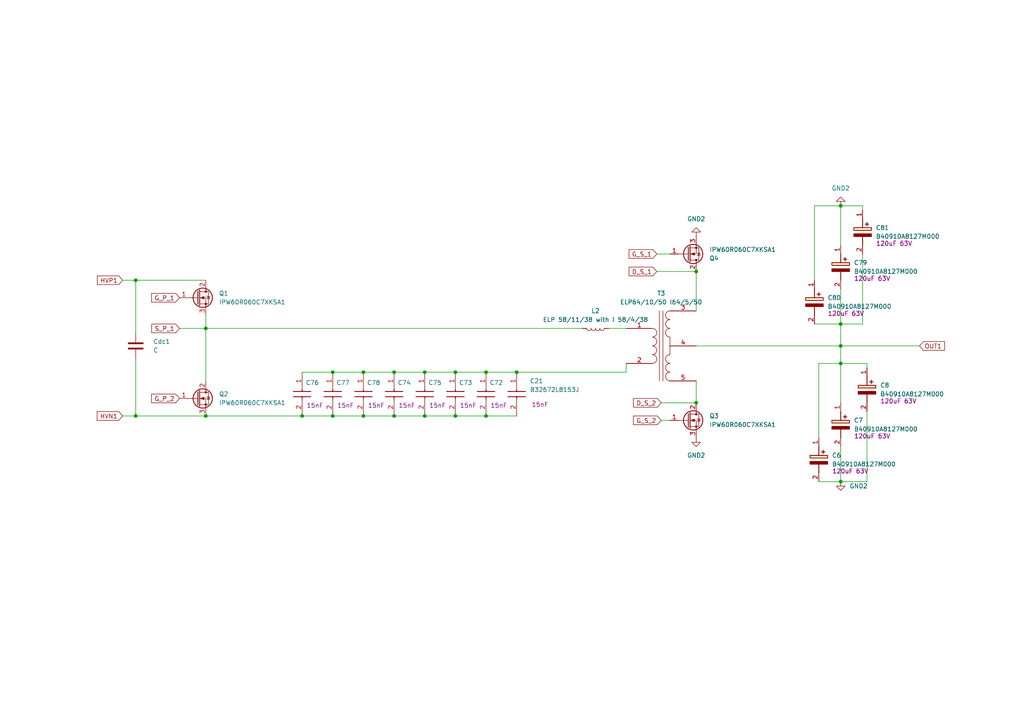
<source format=kicad_sch>
(kicad_sch (version 20250114) (generator "eeschema") (generator_version "9.0")
  (paper "A4")
  (lib_symbols
    (symbol "B32672L8153J:B32672L8153J" (pin_names (hide yes))
      (property "Reference" "C" (at 8.89 6.35 0))
      (property "Value" "B32672L8153J" (at 8.89 3.81 0))
      (symbol "B32672L8153J_1_1"
        (polyline (pts (xy 5.08 0) (xy 5.588 0)) (stroke (width 0.254)))
        (polyline (pts (xy 5.588 2.54) (xy 5.588 -2.54)) (stroke (width 0.254)))
        (polyline (pts (xy 7.112 2.54) (xy 7.112 -2.54)) (stroke (width 0.254)))
        (polyline (pts (xy 7.112 0) (xy 7.62 0)) (stroke (width 0.254)))
        (pin passive line (at 0 0 0) (length 5.08) (name "1") (number "1"))
        (pin passive line (at 12.7 0 180) (length 5.08) (name "2") (number "2"))
      )
    )
    (symbol "B40910A8127M000:B40910A8127M000" (pin_names (hide yes))
      (property "Reference" "C" (at 8.89 6.35 0))
      (property "Value" "B40910A8127M000" (at 8.89 3.81 0))
      (symbol "B40910A8127M000_1_1"
        (polyline (pts (xy 2.54 0) (xy 5.08 0)) (stroke (width 0.254)))
        (polyline (pts (xy 4.064 1.778) (xy 4.064 0.762)) (stroke (width 0.254)))
        (polyline (pts (xy 4.572 1.27) (xy 3.556 1.27)) (stroke (width 0.254)))
        (rectangle (start 5.08 2.54) (end 5.842 -2.54) (stroke (width 0.254)) (fill (type background)))
        (polyline (pts (xy 7.62 2.54) (xy 7.62 -2.54) (xy 6.858 -2.54) (xy 6.858 2.54) (xy 7.62 2.54)) (stroke (width 0.254)) (fill (type outline)))
        (polyline (pts (xy 7.62 0) (xy 10.16 0)) (stroke (width 0.254)))
        (pin passive line (at 0 0 0) (length 2.54) (name "+") (number "1"))
        (pin passive line (at 12.7 0 180) (length 2.54) (name "-") (number "2"))
      )
    )
    (symbol "Device:C" (pin_numbers (hide yes)) (pin_names (offset 0.254))
      (property "Reference" "C" (at 0.635 2.54 0))
      (property "Value" "C" (at 0.635 -2.54 0))
      (symbol "C_0_1"
        (polyline (pts (xy -2.032 0.762) (xy 2.032 0.762)) (stroke (width 0.508)))
        (polyline (pts (xy -2.032 -0.762) (xy 2.032 -0.762)) (stroke (width 0.508)))
      )
      (symbol "C_1_1"
        (pin passive line (at 0 3.81 270) (length 2.794) (name "~") (number "1"))
        (pin passive line (at 0 -3.81 90) (length 2.794) (name "~") (number "2"))
      )
    )
    (symbol "Device:L" (pin_numbers (hide yes)) (pin_names (offset 1.016) (hide yes))
      (property "Reference" "L" (at -1.27 0 90))
      (property "Value" "L" (at 1.905 0 90))
      (symbol "L_0_1"
        (arc (start 0 2.54) (mid 0.6323 1.905) (end 0 1.27))
        (arc (start 0 1.27) (mid 0.6323 0.635) (end 0 0))
        (arc (start 0 0) (mid 0.6323 -0.635) (end 0 -1.27))
        (arc (start 0 -1.27) (mid 0.6323 -1.905) (end 0 -2.54))
      )
      (symbol "L_1_1"
        (pin passive line (at 0 3.81 270) (length 1.27) (name "1") (number "1"))
        (pin passive line (at 0 -3.81 90) (length 1.27) (name "2") (number "2"))
      )
    )
    (symbol "New_Library:Transformer_LLC" (pin_names (offset 1.016) (hide yes))
      (property "Reference" "T" (at 0 12.7 0))
      (property "Value" "Transformer_LLC" (at 0 -12.7 0))
      (symbol "Transformer_LLC_0_1"
        (arc (start -1.27 3.81) (mid -1.656 2.9336) (end -2.54 2.5654))
        (arc (start -1.27 1.27) (mid -1.656 0.3936) (end -2.54 0.0254))
        (arc (start -1.27 -1.27) (mid -1.656 -2.1464) (end -2.54 -2.5146))
        (arc (start -1.27 -3.81) (mid -1.656 -4.6864) (end -2.54 -5.0546))
        (arc (start -2.54 5.08) (mid -1.642 4.708) (end -1.27 3.81))
        (arc (start -2.54 2.54) (mid -1.642 2.168) (end -1.27 1.27))
        (arc (start -2.54 0) (mid -1.642 -0.372) (end -1.27 -1.27))
        (arc (start -2.54 -2.54) (mid -1.642 -2.912) (end -1.27 -3.81))
        (polyline (pts (xy -0.508 -10.16) (xy -0.508 10.16)))
        (polyline (pts (xy 0.508 10.16) (xy 0.508 -10.16)))
        (arc (start 1.2954 8.89) (mid 1.6457 9.7917) (end 2.54 10.16))
        (arc (start 1.2954 6.35) (mid 1.6457 7.2517) (end 2.54 7.62))
        (arc (start 1.2954 3.81) (mid 1.6457 4.7117) (end 2.54 5.08))
        (arc (start 1.2954 -3.81) (mid 1.6457 -2.9083) (end 2.54 -2.54))
        (arc (start 1.2954 -6.35) (mid 1.6457 -5.4483) (end 2.54 -5.08))
        (arc (start 1.2954 -8.89) (mid 1.6457 -7.9883) (end 2.54 -7.62))
        (arc (start 2.54 7.6454) (mid 1.6599 8.0099) (end 1.2954 8.89))
        (arc (start 2.54 5.1054) (mid 1.6599 5.4699) (end 1.2954 6.35))
        (arc (start 2.54 2.5654) (mid 1.6599 2.9299) (end 1.2954 3.81))
        (polyline (pts (xy 2.54 2.54) (xy 2.54 -2.54)))
        (arc (start 2.54 -5.0546) (mid 1.6599 -4.6901) (end 1.2954 -3.81))
        (arc (start 2.54 -7.5946) (mid 1.6599 -7.2301) (end 1.2954 -6.35))
        (arc (start 2.54 -10.1346) (mid 1.6599 -9.7701) (end 1.2954 -8.89))
      )
      (symbol "Transformer_LLC_1_1"
        (pin passive line (at -10.16 5.08 0) (length 7.62) (name "AA") (number "1"))
        (pin passive line (at -10.16 -5.08 0) (length 7.62) (name "AB") (number "2"))
        (pin passive line (at 10.16 10.16 180) (length 7.62) (name "SA") (number "3"))
        (pin passive line (at 10.16 0 180) (length 7.62) (name "SC") (number "4"))
        (pin passive line (at 10.16 -10.16 180) (length 7.62) (name "SD") (number "5"))
      )
    )
    (symbol "Transistor_FET_Other:Q_NMOS_Depletion_GDS" (pin_names (offset 0) (hide yes))
      (property "Reference" "Q" (at 5.08 1.905 0))
      (property "Value" "Q_NMOS_Depletion_GDS" (at 5.08 0 0))
      (symbol "Q_NMOS_Depletion_GDS_0_1"
        (polyline (pts (xy 0.254 1.905) (xy 0.254 -1.905)) (stroke (width 0.254)))
        (polyline (pts (xy 0.254 0) (xy -2.54 0)))
        (polyline (pts (xy 0.762 2.286) (xy 0.762 -2.286)) (stroke (width 0.254)))
        (polyline (pts (xy 0.762 -1.778) (xy 3.302 -1.778) (xy 3.302 1.778) (xy 0.762 1.778)))
        (polyline (pts (xy 1.016 0) (xy 2.032 0.381) (xy 2.032 -0.381) (xy 1.016 0)) (fill (type outline)))
        (circle (center 1.651 0) (radius 2.794) (stroke (width 0.254)))
        (polyline (pts (xy 2.54 2.54) (xy 2.54 1.778)))
        (circle (center 2.54 1.778) (radius 0.254) (fill (type outline)))
        (circle (center 2.54 -1.778) (radius 0.254) (fill (type outline)))
        (polyline (pts (xy 2.54 -2.54) (xy 2.54 0) (xy 0.762 0)))
        (polyline (pts (xy 2.794 0.508) (xy 2.921 0.381) (xy 3.683 0.381) (xy 3.81 0.254)))
        (polyline (pts (xy 3.302 0.381) (xy 2.921 -0.254) (xy 3.683 -0.254) (xy 3.302 0.381)))
      )
      (symbol "Q_NMOS_Depletion_GDS_1_1"
        (pin input line (at -5.08 0 0) (length 2.54) (name "G") (number "1"))
        (pin passive line (at 2.54 5.08 270) (length 2.54) (name "D") (number "2"))
        (pin passive line (at 2.54 -5.08 90) (length 2.54) (name "S") (number "3"))
      )
    )
    (symbol "power:GND2" (power) (pin_numbers (hide yes)) (pin_names (offset 0) (hide yes))
      (property "Value" "GND2" (at 0 -3.81 0))
      (symbol "GND2_0_1"
        (polyline (pts (xy 0 0) (xy 0 -1.27) (xy 1.27 -1.27) (xy 0 -2.54) (xy -1.27 -1.27) (xy 0 -1.27)))
      )
      (symbol "GND2_1_1"
        (pin power_in line (at 0 0 270) (length 0) (name "~") (number "1"))
      )
    )
  )
  (junction (at 114.3 120.65))
  (junction (at 243.84 105.41))
  (junction (at 39.37 120.65))
  (junction (at 39.37 81.28))
  (junction (at 123.19 120.65))
  (junction (at 140.97 120.65))
  (junction (at 105.41 107.95))
  (junction (at 243.84 139.7))
  (junction (at 140.97 107.95))
  (junction (at 201.93 116.84))
  (junction (at 149.86 107.95))
  (junction (at 105.41 120.65))
  (junction (at 132.08 107.95))
  (junction (at 96.52 120.65))
  (junction (at 123.19 107.95))
  (junction (at 243.84 100.33))
  (junction (at 201.93 78.74))
  (junction (at 96.52 107.95))
  (junction (at 243.84 93.98))
  (junction (at 243.84 59.69))
  (junction (at 59.69 120.65))
  (junction (at 59.69 95.25))
  (junction (at 114.3 107.95))
  (junction (at 87.63 120.65))
  (junction (at 132.08 120.65))
  (wire (pts (xy 190.5 73.66) (xy 194.31 73.66)))
  (wire (pts (xy 243.84 139.7) (xy 237.49 139.7)))
  (wire (pts (xy 190.5 78.74) (xy 201.93 78.74)))
  (wire (pts (xy 59.69 120.65) (xy 87.63 120.65)))
  (wire (pts (xy 96.52 107.95) (xy 105.41 107.95)))
  (wire (pts (xy 59.69 81.28) (xy 39.37 81.28)))
  (wire (pts (xy 236.22 59.69) (xy 236.22 81.28)))
  (wire (pts (xy 132.08 107.95) (xy 140.97 107.95)))
  (wire (pts (xy 35.56 120.65) (xy 39.37 120.65)))
  (wire (pts (xy 149.86 107.95) (xy 181.61 107.95)))
  (wire (pts (xy 140.97 107.95) (xy 149.86 107.95)))
  (wire (pts (xy 123.19 120.65) (xy 132.08 120.65)))
  (wire (pts (xy 105.41 107.95) (xy 114.3 107.95)))
  (wire (pts (xy 237.49 105.41) (xy 237.49 127)))
  (wire (pts (xy 52.07 95.25) (xy 59.69 95.25)))
  (wire (pts (xy 87.63 120.65) (xy 96.52 120.65)))
  (wire (pts (xy 250.19 93.98) (xy 243.84 93.98)))
  (wire (pts (xy 243.84 100.33) (xy 266.7 100.33)))
  (wire (pts (xy 243.84 83.82) (xy 243.84 93.98)))
  (wire (pts (xy 59.69 95.25) (xy 59.69 110.49)))
  (wire (pts (xy 176.53 95.25) (xy 181.61 95.25)))
  (wire (pts (xy 191.77 121.92) (xy 194.31 121.92)))
  (wire (pts (xy 39.37 81.28) (xy 39.37 96.52)))
  (wire (pts (xy 251.46 105.41) (xy 251.46 106.68)))
  (wire (pts (xy 114.3 120.65) (xy 123.19 120.65)))
  (wire (pts (xy 114.3 107.95) (xy 123.19 107.95)))
  (wire (pts (xy 123.19 107.95) (xy 132.08 107.95)))
  (wire (pts (xy 243.84 129.54) (xy 243.84 139.7)))
  (wire (pts (xy 243.84 100.33) (xy 243.84 105.41)))
  (wire (pts (xy 105.41 120.65) (xy 114.3 120.65)))
  (wire (pts (xy 243.84 93.98) (xy 243.84 100.33)))
  (wire (pts (xy 59.69 91.44) (xy 59.69 95.25)))
  (wire (pts (xy 250.19 73.66) (xy 250.19 93.98)))
  (wire (pts (xy 251.46 139.7) (xy 243.84 139.7)))
  (wire (pts (xy 39.37 120.65) (xy 59.69 120.65)))
  (wire (pts (xy 181.61 107.95) (xy 181.61 105.41)))
  (wire (pts (xy 132.08 120.65) (xy 140.97 120.65)))
  (wire (pts (xy 191.77 116.84) (xy 201.93 116.84)))
  (wire (pts (xy 59.69 95.25) (xy 168.91 95.25)))
  (wire (pts (xy 250.19 59.69) (xy 243.84 59.69)))
  (wire (pts (xy 243.84 59.69) (xy 236.22 59.69)))
  (wire (pts (xy 96.52 120.65) (xy 105.41 120.65)))
  (wire (pts (xy 243.84 105.41) (xy 243.84 116.84)))
  (wire (pts (xy 243.84 93.98) (xy 236.22 93.98)))
  (wire (pts (xy 87.63 107.95) (xy 96.52 107.95)))
  (wire (pts (xy 250.19 59.69) (xy 250.19 60.96)))
  (wire (pts (xy 201.93 78.74) (xy 201.93 90.17)))
  (wire (pts (xy 140.97 120.65) (xy 149.86 120.65)))
  (wire (pts (xy 251.46 119.38) (xy 251.46 139.7)))
  (wire (pts (xy 243.84 105.41) (xy 237.49 105.41)))
  (wire (pts (xy 243.84 59.69) (xy 243.84 71.12)))
  (wire (pts (xy 201.93 100.33) (xy 243.84 100.33)))
  (wire (pts (xy 39.37 104.14) (xy 39.37 120.65)))
  (wire (pts (xy 201.93 110.49) (xy 201.93 116.84)))
  (wire (pts (xy 35.56 81.28) (xy 39.37 81.28)))
  (wire (pts (xy 251.46 105.41) (xy 243.84 105.41)))
  (global_label "D_S_2" (shape input) (at 191.77 116.84 180) (property "Intersheetrefs" "${INTERSHEET_REFS}" (effects (hide yes))))
  (global_label "G_S_1" (shape input) (at 190.5 73.66 180) (property "Intersheetrefs" "${INTERSHEET_REFS}" (effects (hide yes))))
  (global_label "HVN1" (shape input) (at 35.56 120.65 180) (property "Intersheetrefs" "${INTERSHEET_REFS}" (effects (hide yes))))
  (global_label "G_P_1" (shape input) (at 52.07 86.36 180) (property "Intersheetrefs" "${INTERSHEET_REFS}" (effects (hide yes))))
  (global_label "G_P_2" (shape input) (at 52.07 115.57 180) (property "Intersheetrefs" "${INTERSHEET_REFS}" (effects (hide yes))))
  (global_label "D_S_1" (shape input) (at 190.5 78.74 180) (property "Intersheetrefs" "${INTERSHEET_REFS}" (effects (hide yes))))
  (global_label "G_S_2" (shape input) (at 191.77 121.92 180) (property "Intersheetrefs" "${INTERSHEET_REFS}" (effects (hide yes))))
  (global_label "OUT1" (shape input) (at 266.7 100.33 0) (property "Intersheetrefs" "${INTERSHEET_REFS}" (effects (hide yes))))
  (global_label "HVP1" (shape input) (at 35.56 81.28 180) (property "Intersheetrefs" "${INTERSHEET_REFS}" (effects (hide yes))))
  (global_label "S_P_1" (shape input) (at 52.07 95.25 180) (property "Intersheetrefs" "${INTERSHEET_REFS}" (effects (hide yes))))
  (symbol (lib_id "B40910A8127M000:B40910A8127M000") (at 243.84 71.12 270) (unit 1)
    (property "Reference" "C79" (at 247.65 76.1999 90) (effects (justify left)))
    (property "Value" "B40910A8127M000" (at 247.65 78.7399 90) (effects (justify left)))
    (property "Footprint" "B40910A8127M000" (effects (hide yes)))
    (property "Datasheet" "https://product.tdk.com/system/files/dam/doc/product/capacitor/aluminum-electrolytic/hybrid-polymer/data_sheet/20/30/db/aec/b40910.pdf" (effects (hide yes)))
    (property "Description" "63V, 120uF (M) d10x12,5 mm SMD HP" (effects (hide yes)))
    (property "Height" "12.8" (effects (hide yes)))
    (property "Manufacturer_Name" "TDK" (effects (hide yes)))
    (property "Manufacturer_Part_Number" "B40910A8127M000" (effects (hide yes)))
    (property "Value2" "120uF 63V" (at 252.984 80.772 90))
  )
  (symbol (lib_id "B32672L8153J:B32672L8153J") (at 96.52 107.95 270) (unit 1)
    (property "Reference" "C77" (at 97.536 110.998 90) (effects (justify left)))
    (property "Value" "B32672L8153J" (effects (hide yes)))
    (property "Footprint" "B32672L8153J000:CAPRR1500W80L1800T850H1450" (effects (hide yes)))
    (property "Datasheet" "https://product.tdk.com/system/files/dam/doc/product/capacitor/film/mkp_mfp/data_sheet/20/20/db/fc_2009/mkp_b32671l_672l.pdf" (effects (hide yes)))
    (property "Description" "Film Capacitors Film Cap 15NF 5% 700VAC MKP BOXED" (effects (hide yes)))
    (property "Height" "14.5" (effects (hide yes)))
    (property "Mouser Part Number" "871-B32672L8153J" (effects (hide yes)))
    (property "Mouser Price/Stock" "https://www.mouser.co.uk/ProductDetail/EPCOS-TDK/B32672L8153J?qs=CsdphVCLJRjPN7YH24ATpg%3D%3D" (effects (hide yes)))
    (property "Manufacturer_Name" "TDK" (effects (hide yes)))
    (property "Manufacturer_Part_Number" "B32672L8153J" (effects (hide yes)))
    (property "Value2" "15nF" (at 97.79 117.602 90) (effects (justify left)))
  )
  (symbol (lib_id "power:GND2") (at 201.93 127 0) (unit 1)
    (property "Reference" "#PWR010" (effects (hide yes)))
    (property "Value" "GND2" (at 201.93 132.08 0))
    (property "Description" "Power symbol creates a global label with name \"GND2\" , ground" (effects (hide yes)))
  )
  (symbol (lib_id "Transistor_FET_Other:Q_NMOS_Depletion_GDS") (at 57.15 115.57 0) (unit 1)
    (property "Reference" "Q2" (at 63.5 114.2999 0) (effects (justify left)))
    (property "Value" "IPW60R060C7XKSA1" (at 63.5 116.8399 0) (effects (justify left)))
    (property "Footprint" "Package_TO_SOT_THT:TO-247-3_Horizontal_TabUp" (effects (hide yes)))
    (property "Description" "Depletion-mode N-channel MOSFET gate/drain/source" (effects (hide yes)))
  )
  (symbol (lib_id "B40910A8127M000:B40910A8127M000") (at 236.22 81.28 270) (unit 1)
    (property "Reference" "C80" (at 240.03 86.3599 90) (effects (justify left)))
    (property "Value" "B40910A8127M000" (at 240.03 88.8999 90) (effects (justify left)))
    (property "Footprint" "B40910A8127M000" (effects (hide yes)))
    (property "Datasheet" "https://product.tdk.com/system/files/dam/doc/product/capacitor/aluminum-electrolytic/hybrid-polymer/data_sheet/20/30/db/aec/b40910.pdf" (effects (hide yes)))
    (property "Description" "63V, 120uF (M) d10x12,5 mm SMD HP" (effects (hide yes)))
    (property "Height" "12.8" (effects (hide yes)))
    (property "Manufacturer_Name" "TDK" (effects (hide yes)))
    (property "Manufacturer_Part_Number" "B40910A8127M000" (effects (hide yes)))
    (property "Value2" "120uF 63V" (at 245.364 90.932 90))
  )
  (symbol (lib_id "B32672L8153J:B32672L8153J") (at 105.41 107.95 270) (unit 1)
    (property "Reference" "C78" (at 106.426 110.998 90) (effects (justify left)))
    (property "Value" "B32672L8153J" (effects (hide yes)))
    (property "Footprint" "B32672L8153J000:CAPRR1500W80L1800T850H1450" (effects (hide yes)))
    (property "Datasheet" "https://product.tdk.com/system/files/dam/doc/product/capacitor/film/mkp_mfp/data_sheet/20/20/db/fc_2009/mkp_b32671l_672l.pdf" (effects (hide yes)))
    (property "Description" "Film Capacitors Film Cap 15NF 5% 700VAC MKP BOXED" (effects (hide yes)))
    (property "Height" "14.5" (effects (hide yes)))
    (property "Mouser Part Number" "871-B32672L8153J" (effects (hide yes)))
    (property "Mouser Price/Stock" "https://www.mouser.co.uk/ProductDetail/EPCOS-TDK/B32672L8153J?qs=CsdphVCLJRjPN7YH24ATpg%3D%3D" (effects (hide yes)))
    (property "Manufacturer_Name" "TDK" (effects (hide yes)))
    (property "Manufacturer_Part_Number" "B32672L8153J" (effects (hide yes)))
    (property "Value2" "15nF" (at 106.68 117.602 90) (effects (justify left)))
  )
  (symbol (lib_id "Transistor_FET_Other:Q_NMOS_Depletion_GDS") (at 199.39 121.92 0) (unit 1)
    (property "Reference" "Q3" (at 205.74 120.6499 0) (effects (justify left)))
    (property "Value" "IPW60R060C7XKSA1" (at 205.74 123.1899 0) (effects (justify left)))
    (property "Footprint" "Package_TO_SOT_THT:TO-247-3_Horizontal_TabUp" (effects (hide yes)))
    (property "Datasheet" "https://www.mouser.fr/datasheet/2/196/Infineon_IRF150P221_DataSheet_v02_02_EN-3165948.pdf" (effects (hide yes)))
    (property "Description" "Depletion-mode N-channel MOSFET gate/drain/source" (effects (hide yes)))
  )
  (symbol (lib_id "Device:C") (at 39.37 100.33 0) (unit 1)
    (property "Reference" "Cdc1" (at 44.45 99.0599 0) (effects (justify left)))
    (property "Value" "C" (at 44.45 101.5999 0) (effects (justify left)))
    (property "Description" "Unpolarized capacitor" (effects (hide yes)))
  )
  (symbol (lib_id "B40910A8127M000:B40910A8127M000") (at 243.84 116.84 270) (unit 1)
    (property "Reference" "C7" (at 247.65 121.9199 90) (effects (justify left)))
    (property "Value" "B40910A8127M000" (at 247.65 124.4599 90) (effects (justify left)))
    (property "Footprint" "B40910A8127M000" (effects (hide yes)))
    (property "Datasheet" "https://product.tdk.com/system/files/dam/doc/product/capacitor/aluminum-electrolytic/hybrid-polymer/data_sheet/20/30/db/aec/b40910.pdf" (effects (hide yes)))
    (property "Description" "63V, 120uF (M) d10x12,5 mm SMD HP" (effects (hide yes)))
    (property "Height" "12.8" (effects (hide yes)))
    (property "Manufacturer_Name" "TDK" (effects (hide yes)))
    (property "Manufacturer_Part_Number" "B40910A8127M000" (effects (hide yes)))
    (property "Value2" "120uF 63V" (at 252.984 126.492 90))
  )
  (symbol (lib_id "B32672L8153J:B32672L8153J") (at 140.97 107.95 270) (unit 1)
    (property "Reference" "C72" (at 141.986 110.998 90) (effects (justify left)))
    (property "Value" "B32672L8153J" (effects (hide yes)))
    (property "Footprint" "B32672L8153J000:CAPRR1500W80L1800T850H1450" (effects (hide yes)))
    (property "Datasheet" "https://product.tdk.com/system/files/dam/doc/product/capacitor/film/mkp_mfp/data_sheet/20/20/db/fc_2009/mkp_b32671l_672l.pdf" (effects (hide yes)))
    (property "Description" "Film Capacitors Film Cap 15NF 5% 700VAC MKP BOXED" (effects (hide yes)))
    (property "Height" "14.5" (effects (hide yes)))
    (property "Mouser Part Number" "871-B32672L8153J" (effects (hide yes)))
    (property "Mouser Price/Stock" "https://www.mouser.co.uk/ProductDetail/EPCOS-TDK/B32672L8153J?qs=CsdphVCLJRjPN7YH24ATpg%3D%3D" (effects (hide yes)))
    (property "Manufacturer_Name" "TDK" (effects (hide yes)))
    (property "Manufacturer_Part_Number" "B32672L8153J" (effects (hide yes)))
    (property "Value2" "15nF" (at 142.24 117.602 90) (effects (justify left)))
  )
  (symbol (lib_id "Transistor_FET_Other:Q_NMOS_Depletion_GDS") (at 57.15 86.36 0) (unit 1)
    (property "Reference" "Q1" (at 63.5 85.0899 0) (effects (justify left)))
    (property "Value" "IPW60R060C7XKSA1" (at 63.5 87.6299 0) (effects (justify left)))
    (property "Footprint" "Package_TO_SOT_THT:TO-247-3_Horizontal_TabUp" (effects (hide yes)))
    (property "Description" "Depletion-mode N-channel MOSFET gate/drain/source" (effects (hide yes)))
  )
  (symbol (lib_id "B40910A8127M000:B40910A8127M000") (at 237.49 127 270) (unit 1)
    (property "Reference" "C6" (at 241.3 132.0799 90) (effects (justify left)))
    (property "Value" "B40910A8127M000" (at 241.3 134.6199 90) (effects (justify left)))
    (property "Footprint" "B40910A8127M000" (effects (hide yes)))
    (property "Datasheet" "https://product.tdk.com/system/files/dam/doc/product/capacitor/aluminum-electrolytic/hybrid-polymer/data_sheet/20/30/db/aec/b40910.pdf" (effects (hide yes)))
    (property "Description" "63V, 120uF (M) d10x12,5 mm SMD HP" (effects (hide yes)))
    (property "Height" "12.8" (effects (hide yes)))
    (property "Manufacturer_Name" "TDK" (effects (hide yes)))
    (property "Manufacturer_Part_Number" "B40910A8127M000" (effects (hide yes)))
    (property "Value2" "120uF 63V" (at 246.634 136.652 90))
  )
  (symbol (lib_id "New_Library:Transformer_LLC") (at 191.77 100.33 0) (unit 1)
    (property "Reference" "T3" (at 191.77 85.09 0))
    (property "Value" "ELP64/10/50 I64/5/50" (at 191.77 87.63 0))
    (property "Footprint" "New_Linrary:ELP_102_20_38" (effects (hide yes)))
    (property "Datasheet" "https://www.tdk-electronics.tdk.com/inf/80/db/fer/elp_64_10_50.pdf" (effects (hide yes)))
    (property "Description" "Transformer, single primary, dual secondary" (effects (hide yes)))
  )
  (symbol (lib_id "power:GND2") (at 243.84 59.69 180) (unit 1)
    (property "Reference" "#PWR049" (effects (hide yes)))
    (property "Value" "GND2" (at 243.84 54.61 0))
    (property "Description" "Power symbol creates a global label with name \"GND2\" , ground" (effects (hide yes)))
  )
  (symbol (lib_id "B32672L8153J:B32672L8153J") (at 123.19 107.95 270) (unit 1)
    (property "Reference" "C75" (at 124.206 110.998 90) (effects (justify left)))
    (property "Value" "B32672L8153J" (effects (hide yes)))
    (property "Footprint" "B32672L8153J000:CAPRR1500W80L1800T850H1450" (effects (hide yes)))
    (property "Datasheet" "https://product.tdk.com/system/files/dam/doc/product/capacitor/film/mkp_mfp/data_sheet/20/20/db/fc_2009/mkp_b32671l_672l.pdf" (effects (hide yes)))
    (property "Description" "Film Capacitors Film Cap 15NF 5% 700VAC MKP BOXED" (effects (hide yes)))
    (property "Height" "14.5" (effects (hide yes)))
    (property "Mouser Part Number" "871-B32672L8153J" (effects (hide yes)))
    (property "Mouser Price/Stock" "https://www.mouser.co.uk/ProductDetail/EPCOS-TDK/B32672L8153J?qs=CsdphVCLJRjPN7YH24ATpg%3D%3D" (effects (hide yes)))
    (property "Manufacturer_Name" "TDK" (effects (hide yes)))
    (property "Manufacturer_Part_Number" "B32672L8153J" (effects (hide yes)))
    (property "Value2" "15nF" (at 124.46 117.602 90) (effects (justify left)))
  )
  (symbol (lib_id "B32672L8153J:B32672L8153J") (at 149.86 107.95 270) (unit 1)
    (property "Reference" "C21" (at 153.67 110.4899 90) (effects (justify left)))
    (property "Value" "B32672L8153J" (at 153.67 113.0299 90) (effects (justify left)))
    (property "Footprint" "B32672L8153J000:CAPRR1500W80L1800T850H1450" (effects (hide yes)))
    (property "Datasheet" "https://product.tdk.com/system/files/dam/doc/product/capacitor/film/mkp_mfp/data_sheet/20/20/db/fc_2009/mkp_b32671l_672l.pdf" (effects (hide yes)))
    (property "Description" "Film Capacitors Film Cap 15NF 5% 700VAC MKP BOXED" (effects (hide yes)))
    (property "Height" "14.5" (effects (hide yes)))
    (property "Mouser Part Number" "871-B32672L8153J" (effects (hide yes)))
    (property "Mouser Price/Stock" "https://www.mouser.co.uk/ProductDetail/EPCOS-TDK/B32672L8153J?qs=CsdphVCLJRjPN7YH24ATpg%3D%3D" (effects (hide yes)))
    (property "Manufacturer_Name" "TDK" (effects (hide yes)))
    (property "Manufacturer_Part_Number" "B32672L8153J" (effects (hide yes)))
    (property "Value2" "15nF" (at 154.178 117.348 90) (effects (justify left)))
  )
  (symbol (lib_id "Transistor_FET_Other:Q_NMOS_Depletion_GDS") (at 199.39 73.66 0) (mirror x) (unit 1)
    (property "Reference" "Q4" (at 205.74 74.9301 0) (effects (justify left)))
    (property "Value" "IPW60R060C7XKSA1" (at 205.74 72.3901 0) (effects (justify left)))
    (property "Footprint" "Package_TO_SOT_THT:TO-247-3_Horizontal_TabUp" (effects (hide yes)))
    (property "Datasheet" "https://www.mouser.fr/datasheet/2/196/Infineon_IRF150P221_DataSheet_v02_02_EN-3165948.pdf" (effects (hide yes)))
    (property "Description" "Depletion-mode N-channel MOSFET gate/drain/source" (effects (hide yes)))
  )
  (symbol (lib_id "B40910A8127M000:B40910A8127M000") (at 250.19 60.96 270) (unit 1)
    (property "Reference" "C81" (at 254 66.0399 90) (effects (justify left)))
    (property "Value" "B40910A8127M000" (at 254 68.5799 90) (effects (justify left)))
    (property "Footprint" "B40910A8127M000" (effects (hide yes)))
    (property "Datasheet" "https://product.tdk.com/system/files/dam/doc/product/capacitor/aluminum-electrolytic/hybrid-polymer/data_sheet/20/30/db/aec/b40910.pdf" (effects (hide yes)))
    (property "Description" "63V, 120uF (M) d10x12,5 mm SMD HP" (effects (hide yes)))
    (property "Height" "12.8" (effects (hide yes)))
    (property "Manufacturer_Name" "TDK" (effects (hide yes)))
    (property "Manufacturer_Part_Number" "B40910A8127M000" (effects (hide yes)))
    (property "Value2" "120uF 63V" (at 259.334 70.612 90))
  )
  (symbol (lib_id "B32672L8153J:B32672L8153J") (at 114.3 107.95 270) (unit 1)
    (property "Reference" "C74" (at 115.316 110.998 90) (effects (justify left)))
    (property "Value" "B32672L8153J" (effects (hide yes)))
    (property "Footprint" "B32672L8153J000:CAPRR1500W80L1800T850H1450" (effects (hide yes)))
    (property "Datasheet" "https://product.tdk.com/system/files/dam/doc/product/capacitor/film/mkp_mfp/data_sheet/20/20/db/fc_2009/mkp_b32671l_672l.pdf" (effects (hide yes)))
    (property "Description" "Film Capacitors Film Cap 15NF 5% 700VAC MKP BOXED" (effects (hide yes)))
    (property "Height" "14.5" (effects (hide yes)))
    (property "Mouser Part Number" "871-B32672L8153J" (effects (hide yes)))
    (property "Mouser Price/Stock" "https://www.mouser.co.uk/ProductDetail/EPCOS-TDK/B32672L8153J?qs=CsdphVCLJRjPN7YH24ATpg%3D%3D" (effects (hide yes)))
    (property "Manufacturer_Name" "TDK" (effects (hide yes)))
    (property "Manufacturer_Part_Number" "B32672L8153J" (effects (hide yes)))
    (property "Value2" "15nF" (at 115.57 117.602 90) (effects (justify left)))
  )
  (symbol (lib_id "power:GND2") (at 201.93 68.58 0) (mirror x) (unit 1)
    (property "Reference" "#PWR09" (effects (hide yes)))
    (property "Value" "GND2" (at 201.93 63.5 0))
    (property "Description" "Power symbol creates a global label with name \"GND2\" , ground" (effects (hide yes)))
  )
  (symbol (lib_id "B32672L8153J:B32672L8153J") (at 87.63 107.95 270) (unit 1)
    (property "Reference" "C76" (at 88.646 110.998 90) (effects (justify left)))
    (property "Value" "B32672L8153J" (effects (hide yes)))
    (property "Footprint" "B32672L8153J000:CAPRR1500W80L1800T850H1450" (effects (hide yes)))
    (property "Datasheet" "https://product.tdk.com/system/files/dam/doc/product/capacitor/film/mkp_mfp/data_sheet/20/20/db/fc_2009/mkp_b32671l_672l.pdf" (effects (hide yes)))
    (property "Description" "Film Capacitors Film Cap 15NF 5% 700VAC MKP BOXED" (effects (hide yes)))
    (property "Height" "14.5" (effects (hide yes)))
    (property "Mouser Part Number" "871-B32672L8153J" (effects (hide yes)))
    (property "Mouser Price/Stock" "https://www.mouser.co.uk/ProductDetail/EPCOS-TDK/B32672L8153J?qs=CsdphVCLJRjPN7YH24ATpg%3D%3D" (effects (hide yes)))
    (property "Manufacturer_Name" "TDK" (effects (hide yes)))
    (property "Manufacturer_Part_Number" "B32672L8153J" (effects (hide yes)))
    (property "Value2" "15nF" (at 88.9 117.602 90) (effects (justify left)))
  )
  (symbol (lib_id "B40910A8127M000:B40910A8127M000") (at 251.46 106.68 270) (unit 1)
    (property "Reference" "C8" (at 255.27 111.7599 90) (effects (justify left)))
    (property "Value" "B40910A8127M000" (at 255.27 114.2999 90) (effects (justify left)))
    (property "Footprint" "B40910A8127M000" (effects (hide yes)))
    (property "Datasheet" "https://product.tdk.com/system/files/dam/doc/product/capacitor/aluminum-electrolytic/hybrid-polymer/data_sheet/20/30/db/aec/b40910.pdf" (effects (hide yes)))
    (property "Description" "63V, 120uF (M) d10x12,5 mm SMD HP" (effects (hide yes)))
    (property "Height" "12.8" (effects (hide yes)))
    (property "Manufacturer_Name" "TDK" (effects (hide yes)))
    (property "Manufacturer_Part_Number" "B40910A8127M000" (effects (hide yes)))
    (property "Value2" "120uF 63V" (at 260.604 116.332 90))
  )
  (symbol (lib_id "power:GND2") (at 243.84 139.7 0) (unit 1)
    (property "Reference" "#PWR07" (effects (hide yes)))
    (property "Value" "GND2" (at 246.38 140.9699 0) (effects (justify left)))
    (property "Description" "Power symbol creates a global label with name \"GND2\" , ground" (effects (hide yes)))
  )
  (symbol (lib_id "Device:L") (at 172.72 95.25 270) (unit 1)
    (property "Reference" "L2" (at 172.72 90.17 90))
    (property "Value" "ELP 58/11/38 with I 58/4/38" (at 172.72 92.71 90))
    (property "Footprint" "New_Linrary:ELP_58_11_38" (effects (hide yes)))
    (property "Description" "Ferrite Cores & Accessories ELP58/11/38 N87 7400 '+25%-25%" (effects (hide yes)))
    (property "Manufacturer part code" "ELP 58/11/38 with I 58/4/38" (effects (hide yes)))
  )
  (symbol (lib_id "B32672L8153J:B32672L8153J") (at 132.08 107.95 270) (unit 1)
    (property "Reference" "C73" (at 133.096 110.998 90) (effects (justify left)))
    (property "Value" "B32672L8153J" (effects (hide yes)))
    (property "Footprint" "B32672L8153J000:CAPRR1500W80L1800T850H1450" (effects (hide yes)))
    (property "Datasheet" "https://product.tdk.com/system/files/dam/doc/product/capacitor/film/mkp_mfp/data_sheet/20/20/db/fc_2009/mkp_b32671l_672l.pdf" (effects (hide yes)))
    (property "Description" "Film Capacitors Film Cap 15NF 5% 700VAC MKP BOXED" (effects (hide yes)))
    (property "Height" "14.5" (effects (hide yes)))
    (property "Mouser Part Number" "871-B32672L8153J" (effects (hide yes)))
    (property "Mouser Price/Stock" "https://www.mouser.co.uk/ProductDetail/EPCOS-TDK/B32672L8153J?qs=CsdphVCLJRjPN7YH24ATpg%3D%3D" (effects (hide yes)))
    (property "Manufacturer_Name" "TDK" (effects (hide yes)))
    (property "Manufacturer_Part_Number" "B32672L8153J" (effects (hide yes)))
    (property "Value2" "15nF" (at 133.35 117.602 90) (effects (justify left)))
  )
)
</source>
